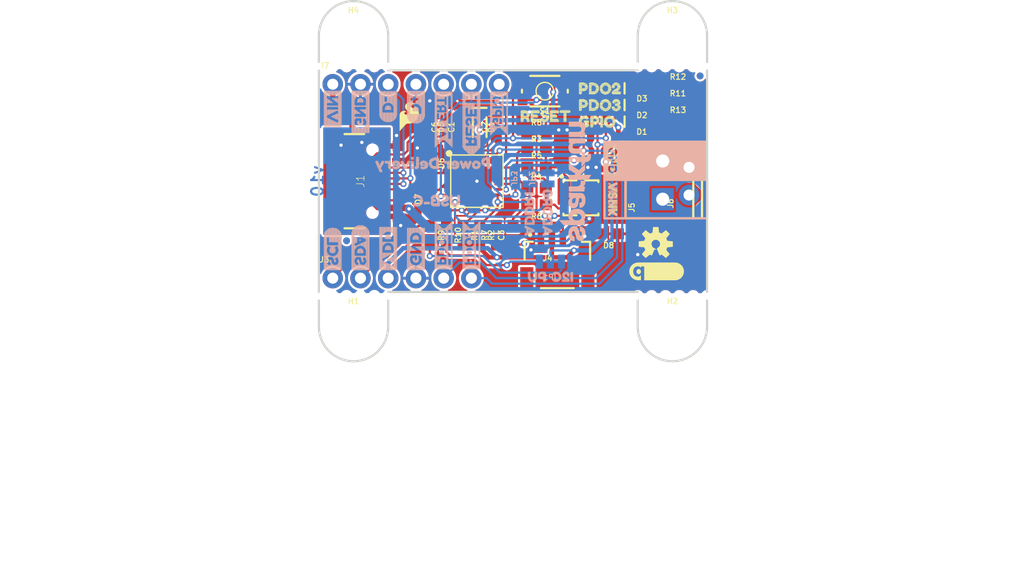
<source format=kicad_pcb>
(kicad_pcb (version 20240108) (generator "pcbnew") (generator_version "8.0")
  (layers (0 "F.Cu" signal) (31 "B.Cu" signal) (34 "B.Paste" user) (35 "F.Paste" user) (36 "B.SilkS" user "B.Silkscreen") (37 "F.SilkS" user "F.Silkscreen") (38 "B.Mask" user) (39 "F.Mask" user) (44 "Edge.Cuts" user))
  (net 0 "")
  (net 1 "CC1")
  (net 2 "CC2")
  (net 3 "GND")
  (net 4 "D+")
  (net 5 "D-")
  (net 6 "SHIELD")
  (net 7 "1.2V")
  (net 8 "2.7V")
  (net 9 "VBUS_VS_DISCH")
  (net 10 "EN_SNK")
  (net 11 "N$8")
  (net 12 "N$10")
  (net 13 "DISCH")
  (net 14 "POWER_PDO2")
  (net 15 "POWER_PDO3")
  (net 16 "~{ALERT}")
  (net 17 "SDA")
  (net 18 "SCL")
  (net 19 "RESET")
  (net 20 "VSNK")
  (net 21 "N$5")
  (net 22 "N$6")
  (net 23 "ADDR0")
  (net 24 "ADDR1")
  (net 25 "N$13")
  (net 26 "N$1")
  (net 27 "N$2")
  (net 28 "VIN")
  (net 29 "VDD")
  (net 30 "GPIO")
  (footprint "" (layer "F.Cu") (at 165.0111 115.5446)
    (property "Reference" "@HOLE10" (hide yes))
    (property "Value" "")
  )
  (footprint "0603" (layer "F.Cu") (at 140.8811 109.9566 -90)
    (property "Reference" "R9")
    (property "Value" "2.2k")
  )
  (footprint "GND0" (layer "F.Cu") (at 157.6451 101.1936 -90)
    (property "Reference" "U$22" (hide yes))
    (property "Value" "" (hide yes))
  )
  (footprint "0603" (layer "F.Cu") (at 163.6141 99.5426)
    (property "Reference" "R13")
    (property "Value" "1k")
  )
  (footprint "" (layer "F.Cu") (at 162.4711 115.5446)
    (property "Reference" "@HOLE7" (hide yes))
    (property "Value" "")
  )
  (footprint "USB-C-16P" (layer "F.Cu") (at 137.0711 105.0036 -90)
    (property "Reference" "J1")
    (property "Value" "")
  )
  (footprint "" (layer "F.Cu") (at 135.8011 94.4626)
    (property "Reference" "@HOLE14" (hide yes))
    (property "Value" "")
  )
  (footprint "8-POWERVDFN-3X3" (layer "F.Cu") (at 154.7241 106.5276 -90)
    (property "Reference" "Q1")
    (property "Value" "9A/30V/15mΩ")
  )
  (footprint "0603" (layer "F.Cu") (at 157.2641 109.8296 180)
    (property "Reference" "D8")
    (property "Value" "24V")
  )
  (footprint "GPIO1" (layer "F.Cu") (at 153.5811 99.5426)
    (property "Reference" "U$18" (hide yes))
    (property "Value" "" (hide yes))
  )
  (footprint "STAND-OFF" (layer "F.Cu") (at 133.8961 91.6686)
    (property "Reference" "H4")
    (property "Value" "STAND-OFF")
  )
  (footprint "TACTILE_SWITCH_SMD_4.6X2.8MM" (layer "F.Cu") (at 151.4221 96.7486 180)
    (property "Reference" "S1")
    (property "Value" "")
  )
  (footprint "1X02_NO_SILK" (layer "F.Cu") (at 164.6301 106.2736 90)
    (property "Reference" "J6")
    (property "Value" "")
  )
  (footprint "" (layer "F.Cu") (at 137.0711 94.4626)
    (property "Reference" "@HOLE15" (hide yes))
    (property "Value" "")
  )
  (footprint "" (layer "F.Cu") (at 134.5311 115.5446)
    (property "Reference" "@HOLE0" (hide yes))
    (property "Value" "")
  )
  (footprint "CREATIVE_COMMONS" (layer "F.Cu") (at 121.8311 140.9446)
    (property "Reference" "FRAME1" (hide yes))
    (property "Value" "FRAME-LETTER" (hide yes))
  )
  (footprint "0603" (layer "F.Cu") (at 140.8811 100.0506 -90)
    (property "Reference" "D5")
    (property "Value" "24V")
  )
  (footprint "STAND-OFF" (layer "F.Cu") (at 163.1061 91.6686)
    (property "Reference" "H3")
    (property "Value" "STAND-OFF")
  )
  (footprint "" (layer "F.Cu") (at 131.9911 115.5446)
    (property "Reference" "@HOLE2" (hide yes))
    (property "Value" "")
  )
  (footprint "0603" (layer "F.Cu") (at 150.6601 100.6856)
    (property "Reference" "R8")
    (property "Value" "100k")
  )
  (footprint "0603" (layer "F.Cu") (at 140.8811 106.6546 90)
    (property "Reference" "D7")
    (property "Value" "24V")
  )
  (footprint "PDO24" (layer "F.Cu") (at 153.5811 96.4946)
    (property "Reference" "U$19" (hide yes))
    (property "Value" "" (hide yes))
  )
  (footprint "STAND-OFF" (layer "F.Cu") (at 133.8961 118.3386)
    (property "Reference" "H1")
    (property "Value" "STAND-OFF")
  )
  (footprint "" (layer "F.Cu") (at 159.9311 94.4626)
    (property "Reference" "@HOLE23" (hide yes))
    (property "Value" "")
  )
  (footprint "" (layer "F.Cu") (at 162.4711 94.4626)
    (property "Reference" "@HOLE18" (hide yes))
    (property "Value" "")
  )
  (footprint "0603" (layer "F.Cu") (at 140.8811 103.3526 -90)
    (property "Reference" "D6")
    (property "Value" "24V")
  )
  (footprint "JST04_1MM_RA" (layer "F.Cu") (at 152.5651 110.2106)
    (property "Reference" "J4")
    (property "Value" "QWIIC")
  )
  (footprint "" (layer "F.Cu") (at 159.9311 115.5446)
    (property "Reference" "@HOLE9" (hide yes))
    (property "Value" "")
  )
  (footprint "FIDUCIAL-MICRO" (layer "F.Cu") (at 133.2611 110.4646)
    (property "Reference" "FD1" (hide yes))
    (property "Value" "FIDUCIALUFIDUCIAL" (hide yes))
  )
  (footprint "RESET7" (layer "F.Cu") (at 148.2471 99.0346)
    (property "Reference" "U$17" (hide yes))
    (property "Value" "" (hide yes))
  )
  (footprint "" (layer "F.Cu") (at 166.2811 94.4626)
    (property "Reference" "@HOLE21" (hide yes))
    (property "Value" "")
  )
  (footprint "0603" (layer "F.Cu") (at 163.6141 96.4946)
    (property "Reference" "R12")
    (property "Value" "1k")
  )
  (footprint "0603" (layer "F.Cu") (at 142.4051 109.9566 -90)
    (property "Reference" "R10")
    (property "Value" "2.2k")
  )
  (footprint "0603" (layer "F.Cu") (at 150.6601 102.2096)
    (property "Reference" "R3")
    (property "Value" "1k")
  )
  (footprint "0603" (layer "F.Cu") (at 163.6141 98.0186)
    (property "Reference" "R11")
    (property "Value" "1k")
  )
  (footprint "SFE_LOGO_FLAME_.1" (layer "F.Cu") (at 138.9761 99.0346)
    (property "Reference" "U$25" (hide yes))
    (property "Value" "" (hide yes))
  )
  (footprint "" (layer "F.Cu") (at 161.2011 94.4626)
    (property "Reference" "@HOLE22" (hide yes))
    (property "Value" "")
  )
  (footprint "SCREWTERMINAL-3.5MM-2" (layer "F.Cu") (at 162.2171 106.6546 90)
    (property "Reference" "J5")
    (property "Value" "")
  )
  (footprint "QWIIC_5MM" (layer "F.Cu") (at 161.6329 113.2586)
    (property "Reference" "LOGO3" (hide yes))
    (property "Value" "QWIIC_LOGO_5MM" (hide yes))
  )
  (footprint "0603" (layer "F.Cu") (at 142.4051 100.0506 90)
    (property "Reference" "C6")
    (property "Value" "1.0uF")
  )
  (footprint "0603" (layer "F.Cu") (at 145.4531 109.9566 -90)
    (property "Reference" "R2")
    (property "Value" "100k")
  )
  (footprint "PDO35" (layer "F.Cu") (at 153.5811 98.0186)
    (property "Reference" "U$20" (hide yes))
    (property "Value" "" (hide yes))
  )
  (footprint "" (layer "F.Cu") (at 163.7411 94.4626)
    (property "Reference" "@HOLE19" (hide yes))
    (property "Value" "")
  )
  (footprint "OSHW-LOGO-S" (layer "F.Cu") (at 161.5821 110.7694)
    (property "Reference" "LOGO1" (hide yes))
    (property "Value" "OSHW-LOGOS" (hide yes))
  )
  (footprint "" (layer "F.Cu") (at 131.9911 94.4626)
    (property "Reference" "@HOLE16" (hide yes))
    (property "Value" "")
  )
  (footprint "QFN-24" (layer "F.Cu") (at 145.1991 105.0036)
    (property "Reference" "U1" (hide yes))
    (property "Value" "STUSB4500" (hide yes))
  )
  (footprint "0603" (layer "F.Cu") (at 143.9291 109.9566 -90)
    (property "Reference" "R1")
    (property "Value" "100k")
  )
  (footprint "" (layer "F.Cu") (at 133.2611 115.5446)
    (property "Reference" "@HOLE1" (hide yes))
    (property "Value" "")
  )
  (footprint "" (layer "F.Cu") (at 163.7411 115.5446)
    (property "Reference" "@HOLE6" (hide yes))
    (property "Value" "")
  )
  (footprint "" (layer "F.Cu") (at 135.8011 115.5446)
    (property "Reference" "@HOLE4" (hide yes))
    (property "Value" "")
  )
  (footprint "" (layer "F.Cu") (at 165.0111 94.4626)
    (property "Reference" "@HOLE20" (hide yes))
    (property "Value" "")
  )
  (footprint "0603" (layer "F.Cu") (at 150.6601 103.7336)
    (property "Reference" "R5")
    (property "Value" "100k")
  )
  (footprint "STAND-OFF" (layer "F.Cu") (at 163.1061 118.3386)
    (property "Reference" "H2")
    (property "Value" "STAND-OFF")
  )
  (footprint "" (layer "F.Cu") (at 166.2811 115.5446)
    (property "Reference" "@HOLE11" (hide yes))
    (property "Value" "")
  )
  (footprint "" (layer "F.Cu") (at 134.5311 94.4626)
    (property "Reference" "@HOLE13" (hide yes))
    (property "Value" "")
  )
  (footprint "0603" (layer "F.Cu") (at 146.9771 109.9566 90)
    (property "Reference" "R7")
    (property "Value" "1k")
  )
  (footprint "0603" (layer "F.Cu") (at 143.9291 100.0506 90)
    (property "Reference" "C1")
    (property "Value" "1.0uF")
  )
  (footprint "0603" (layer "F.Cu") (at 150.6601 107.1626 180)
    (property "Reference" "R6")
    (property "Value" "100")
  )
  (footprint "" (layer "F.Cu") (at 133.2611 94.4626)
    (property "Reference" "@HOLE12" (hide yes))
    (property "Value" "")
  )
  (footprint "1X07_NO_SILK" (layer "F.Cu") (at 131.9911 96.1136)
    (property "Reference" "J7")
    (property "Value" "")
  )
  (footprint "" (layer "F.Cu") (at 130.7211 115.5446)
    (property "Reference" "@HOLE3" (hide yes))
    (property "Value" "")
  )
  (footprint "LED-0603" (layer "F.Cu") (at 160.3121 99.5426 180)
    (property "Reference" "D1")
    (property "Value" "BLUE")
  )
  (footprint "" (layer "F.Cu") (at 130.7211 94.4626)
    (property "Reference" "@HOLE17" (hide yes))
    (property "Value" "")
  )
  (footprint "FIDUCIAL-MICRO" (layer "F.Cu") (at 165.6461 95.3516)
    (property "Reference" "FD2" (hide yes))
    (property "Value" "FIDUCIALUFIDUCIAL" (hide yes))
  )
  (footprint "0603" (layer "F.Cu") (at 146.9771 100.0506 90)
    (property "Reference" "C2")
    (property "Value" "1.0uF")
  )
  (footprint "1X06_NO_SILK" (layer "F.Cu") (at 131.9911 113.8936)
    (property "Reference" "J3")
    (property "Value" "")
  )
  (footprint "LED-0603" (layer "F.Cu") (at 160.3121 98.0186 180)
    (property "Reference" "D2")
    (property "Value" "Yellow")
  )
  (footprint "0603" (layer "F.Cu") (at 148.5011 109.9566 90)
    (property "Reference" "C3")
    (property "Value" "0.1uF")
  )
  (footprint "VSNK1" (layer "F.Cu") (at 157.6451 104.3686 -90)
    (property "Reference" "U$21" (hide yes))
    (property "Value" "" (hide yes))
  )
  (footprint "" (layer "F.Cu") (at 161.2011 115.5446)
    (property "Reference" "@HOLE8" (hide yes))
    (property "Value" "")
  )
  (footprint "0603" (layer "F.Cu") (at 150.6601 105.6386)
    (property "Reference" "R4")
    (property "Value" "22k")
  )
  (footprint "" (layer "F.Cu") (at 137.0711 115.5446)
    (property "Reference" "@HOLE5" (hide yes))
    (property "Value" "")
  )
  (footprint "SOD-323" (layer "F.Cu") (at 145.4531 100.0506 -90)
    (property "Reference" "D4")
    (property "Value" "BAT60A")
  )
  (footprint "LED-0603" (layer "F.Cu") (at 160.3121 96.4946 180)
    (property "Reference" "D3")
    (property "Value" "GREEN")
  )
  (footprint "VIN6" (layer "B.Cu") (at 131.9911 100.5586 90)
    (property "Reference" "U$12" (hide yes))
    (property "Value" "" (hide yes))
  )
  (footprint "D#8" (layer "B.Cu") (at 137.0711 99.6696 90)
    (property "Reference" "U$7" (hide yes))
    (property "Value" "" (hide yes))
  )
  (footprint "ADDR11" (layer "B.Cu") (at 150.0251 110.8202 90)
    (property "Reference" "U$16" (hide yes))
    (property "Value" "" (hide yes))
  )
  (footprint "GND6" (layer "B.Cu") (at 134.5311 101.0666 90)
    (property "Reference" "U$11" (hide yes))
    (property "Value" "" (hide yes))
  )
  (footprint "PU3" (layer "B.Cu") (at 152.3111 113.7666 180)
    (property "Reference" "U$14" (hide yes))
    (property "Value" "" (hide yes))
  )
  (footprint "#PDO31" (layer "B.Cu") (at 144.6911 113.7666 90)
    (property "Reference" "U$30" (hide yes))
    (property "Value" "" (hide yes))
  )
  (footprint "SFE_LOGO_NAME_.1" (layer "B.Cu") (at 154.2161 105.0036 90)
    (property "Reference" "LOGO2" (hide yes))
    (property "Value" "SFE_LOGO_NAME.1_INCH" (hide yes))
  )
  (footprint "VDD2" (layer "B.Cu") (at 137.0711 113.6396 90)
    (property "Reference" "U$1" (hide yes))
    (property "Value" "" (hide yes))
  )
  (footprint "GND0" (layer "B.Cu") (at 157.6451 105.0036 90)
    (property "Reference" "U$23" (hide yes))
    (property "Value" "" (hide yes))
  )
  (footprint "#PDO20" (layer "B.Cu") (at 142.1511 113.7666 90)
    (property "Reference" "U$29" (hide yes))
    (property "Value" "" (hide yes))
  )
  (footprint "SDA11" (layer "B.Cu") (at 134.5311 113.6396 90)
    (property "Reference" "U$3" (hide yes))
    (property "Value" "" (hide yes))
  )
  (footprint "FIDUCIAL-MICRO" (layer "B.Cu") (at 165.6461 95.3516 180)
    (property "Reference" "FD3" (hide yes))
    (property "Value" "FIDUCIALUFIDUCIAL" (hide yes))
  )
  (footprint "I2C2" (layer "B.Cu") (at 154.8511 113.7666 180)
    (property "Reference" "U$13" (hide yes))
    (property "Value" "" (hide yes))
  )
  (footprint "GND6" (layer "B.Cu") (at 139.6111 113.6396 90)
    (property "Reference" "U$2" (hide yes))
    (property "Value" "" (hide yes))
  )
  (footprint "SMT-JUMPER_3_2-NC_TRACE_NO-SILK" (layer "B.Cu") (at 151.9301 112.3696)
    (property "Reference" "JP1")
    (property "Value" "")
  )
  (footprint "FIDUCIAL-MICRO" (layer "B.Cu") (at 133.2611 110.4646 180)
    (property "Reference" "FD4" (hide yes))
    (property "Value" "FIDUCIALUFIDUCIAL" (hide yes))
  )
  (footprint "SMT-JUMPER_2_NC_TRACE_NO-SILK" (layer "B.Cu") (at 151.6761 104.7496 -90)
    (property "Reference" "JP2")
    (property "Value" "")
  )
  (footprint "USB#C1" (layer "B.Cu") (at 144.6149 106.7816 180)
    (property "Reference" "U$9" (hide yes))
    (property "Value" "" (hide yes))
  )
  (footprint "D#7" (layer "B.Cu") (at 139.6111 99.7966 90)
    (property "Reference" "U$8" (hide yes))
    (property "Value" "" (hide yes))
  )
  (footprint "RESET10" (layer "B.Cu") (at 144.6911 102.7176 90)
    (property "Reference" "U$10" (hide yes))
    (property "Value" "" (hide yes))
  )
  (footprint "ADDR00" (layer "B.Cu") (at 151.6761 110.8202 90)
    (property "Reference" "U$15" (hide yes))
    (property "Value" "" (hide yes))
  )
  (footprint "SCL12" (layer "B.Cu") (at 131.9911 113.6396 90)
    (property "Reference" "U$4" (hide yes))
    (property "Value" "" (hide yes))
  )
  (footprint "#ALERT0" (layer "B.Cu") (at 142.1511 102.2096 90)
    (property "Reference" "U$26" (hide yes))
    (property "Value" "" (hide yes))
  )
  (footprint "_POWER_DELIVERY2" (layer "B.Cu") (at 147.7391 103.3526 180)
    (property "Reference" "U$27" (hide yes))
    (property "Value" "" (hide yes))
  )
  (footprint "VSNK1" (layer "B.Cu") (at 157.6451 108.9406 90)
    (property "Reference" "U$24" (hide yes))
    (property "Value" "" (hide yes))
  )
  (footprint "#GPIO0" (layer "B.Cu") (at 147.2311 101.092 90)
    (property "Reference" "U$5" (hide yes))
    (property "Value" "" (hide yes))
  )
  (footprint "SMT-JUMPER_2_NC_TRACE_NO-SILK" (layer "B.Cu") (at 150.0251 104.7496 -90)
    (property "Reference" "JP3")
    (property "Value" "")
  )
  (gr_line (start 158.7881 101.5746) (end 156.8831 101.5746) (stroke (width 0.2032)) (layer "B.SilkS"))
  (gr_line (start 156.8831 104.6226) (end 156.8831 101.5746) (stroke (width 0.2032)) (layer "B.SilkS"))
  (gr_line (start 158.7881 104.6226) (end 156.8831 104.6226) (stroke (width 0.2032)) (layer "B.SilkS"))
  (gr_line (start 156.8831 104.8766) (end 156.8831 104.7496) (stroke (width 0.2032)) (layer "B.SilkS"))
  (gr_line (start 156.8831 104.7496) (end 156.8831 104.6226) (stroke (width 0.2032)) (layer "B.SilkS"))
  (gr_line (start 158.7881 108.4072) (end 166.2811 108.4072) (stroke (width 0.2032)) (layer "B.SilkS"))
  (gr_line (start 158.7881 108.4072) (end 156.8831 108.4072) (stroke (width 0.2032)) (layer "B.SilkS"))
  (gr_line (start 158.7881 104.8766) (end 158.7881 108.4072) (stroke (width 0.2032)) (layer "B.SilkS"))
  (gr_line (start 158.7881 101.3968) (end 156.8831 101.3968) (stroke (width 0.2032)) (layer "B.SilkS"))
  (gr_line (start 158.7881 104.8766) (end 165.7731 104.8766) (stroke (width 0.2032)) (layer "B.SilkS"))
  (gr_line (start 158.7881 104.7496) (end 156.8831 104.7496) (stroke (width 0.2032)) (layer "B.SilkS"))
  (gr_line (start 156.8831 104.8766) (end 158.7881 104.8766) (stroke (width 0.2032)) (layer "B.SilkS"))
  (gr_line (start 166.2811 108.4072) (end 166.2811 104.8766) (stroke (width 0.2032)) (layer "B.SilkS"))
  (gr_line (start 156.8831 108.4072) (end 156.8831 104.8766) (stroke (width 0.2032)) (layer "B.SilkS"))
  (gr_line (start 156.8831 101.5746) (end 156.8831 101.3968) (stroke (width 0.2032)) (layer "B.SilkS"))
  (gr_line (start 156.8831 104.8766) (end 165.7731 104.8766) (stroke (width 0.2032)) (layer "F.SilkS"))
  (gr_line (start 156.8831 101.5746) (end 158.7881 101.5746) (stroke (width 0.2032)) (layer "F.SilkS"))
  (gr_line (start 158.9151 108.4072) (end 156.8831 108.4072) (stroke (width 0.2032)) (layer "F.SilkS"))
  (gr_line (start 156.8831 104.7496) (end 158.7881 104.7496) (stroke (width 0.2032)) (layer "F.SilkS"))
  (gr_line (start 156.8831 104.8766) (end 156.8831 104.7496) (stroke (width 0.2032)) (layer "F.SilkS"))
  (gr_line (start 156.8831 101.3968) (end 158.7881 101.3968) (stroke (width 0.2032)) (layer "F.SilkS"))
  (gr_line (start 156.8831 104.7496) (end 156.8831 101.5746) (stroke (width 0.2032)) (layer "F.SilkS"))
  (gr_line (start 156.8831 101.5746) (end 156.8831 101.3968) (stroke (width 0.2032)) (layer "F.SilkS"))
  (gr_line (start 156.8831 108.4072) (end 156.8831 104.8766) (stroke (width 0.2032)) (layer "F.SilkS"))
  (gr_arc (start 133.8961 88.4936) (mid 136.141164 89.423536) (end 137.0711 91.6686) (stroke (width 0.2032)) (layer "Edge.Cuts"))
  (gr_line (start 137.0711 94.8436) (end 159.9311 94.8436) (stroke (width 0.2032)) (layer "Edge.Cuts"))
  (gr_arc (start 163.1061 88.4936) (mid 165.351164 89.423536) (end 166.2811 91.6686) (stroke (width 0.2032)) (layer "Edge.Cuts"))
  (gr_arc (start 133.8961 121.5136) (mid 131.651036 120.583664) (end 130.7211 118.3386) (stroke (width 0.2032)) (layer "Edge.Cuts"))
  (gr_arc (start 166.2811 118.3386) (mid 165.351164 120.583664) (end 163.1061 121.5136) (stroke (width 0.2032)) (layer "Edge.Cuts"))
  (gr_line (start 130.7211 118.3386) (end 130.7211 91.6686) (stroke (width 0.2032)) (layer "Edge.Cuts"))
  (gr_arc (start 163.1061 121.5136) (mid 160.861036 120.583664) (end 159.9311 118.3386) (stroke (width 0.2032)) (layer "Edge.Cuts"))
  (gr_arc (start 130.7211 91.6686) (mid 131.651036 89.423536) (end 133.8961 88.4936) (stroke (width 0.2032)) (layer "Edge.Cuts"))
  (gr_arc (start 137.0711 118.3386) (mid 136.141164 120.583664) (end 133.8961 121.5136) (stroke (width 0.2032)) (layer "Edge.Cuts"))
  (gr_line (start 159.9311 118.3386) (end 159.9311 115.1636) (stroke (width 0.2032)) (layer "Edge.Cuts"))
  (gr_line (start 137.0711 91.6686) (end 137.0711 94.8436) (stroke (width 0.2032)) (layer "Edge.Cuts"))
  (gr_arc (start 159.9311 91.6686) (mid 160.861036 89.423536) (end 163.1061 88.4936) (stroke (width 0.2032)) (layer "Edge.Cuts"))
  (gr_line (start 159.9311 115.1636) (end 137.0711 115.1636) (stroke (width 0.2032)) (layer "Edge.Cuts"))
  (gr_line (start 159.9311 94.8436) (end 159.9311 91.6686) (stroke (width 0.2032)) (layer "Edge.Cuts"))
  (gr_line (start 137.0711 115.1636) (end 137.0711 118.3386) (stroke (width 0.2032)) (layer "Edge.Cuts"))
  (gr_line (start 166.2811 91.6686) (end 166.2811 118.3386) (stroke (width 0.2032)) (layer "Edge.Cuts"))
  (gr_text "v10" (at 131.2291 105.0036 90) (layer "B.Cu") (effects (font (size 1.0795 1.0795) (thickness 0.1905)) (justify bottom mirror)))
  (segment (start 136.7311 103.7536) (end 139.5041 103.7536) (width 0.2032) (layer "F.Cu") (net 1))
  (segment (start 143.2991 103.7536) (end 142.3851 103.7536) (width 0.2032) (layer "F.Cu") (net 1))
  (segment (start 140.9321 104.2536) (end 140.8811 104.2026) (width 0.2032) (layer "F.Cu") (net 1))
  (segment (start 143.2991 104.2536) (end 142.1511 104.2536) (width 0.2032) (layer "F.Cu") (net 1))
  (segment (start 142.1511 104.2536) (end 140.9321 104.2536) (width 0.2032) (layer "F.Cu") (net 1))
  (segment (start 142.1511 103.9876) (end 142.1511 104.2536) (width 0.2032) (layer "F.Cu") (net 1))
  (segment (start 139.5041 103.7536) (end 140.0041 104.2536) (width 0.2032) (layer "F.Cu") (net 1))
  (segment (start 140.0041 104.2536) (end 140.9321 104.2536) (width 0.2032) (layer "F.Cu") (net 1))
  (segment (start 142.3851 103.7536) (end 142.1511 103.9876) (width 0.2032) (layer "F.Cu") (net 1))
  (segment (start 143.2951 105.2576) (end 142.2781 105.2576) (width 0.2032) (layer "F.Cu") (net 2))
  (segment (start 142.3931 105.7536) (end 142.0876 105.4481) (width 0.2032) (layer "F.Cu") (net 2))
  (segment (start 143.2991 105.2536) (end 143.2951 105.2576) (width 0.2032) (layer "F.Cu") (net 2))
  (segment (start 143.2991 105.7536) (end 142.3931 105.7536) (width 0.2032) (layer "F.Cu") (net 2))
  (segment (start 140.8811 105.8046) (end 141.7311 105.8046) (width 0.2032) (layer "F.Cu") (net 2))
  (segment (start 142.0876 105.4481) (end 142.2781 105.2576) (width 0.2032) (layer "F.Cu") (net 2))
  (segment (start 141.7311 105.8046) (end 142.0876 105.4481) (width 0.2032) (layer "F.Cu") (net 2))
  (segment (start 140.8811 105.8046) (end 140.0681 105.8046) (width 0.2032) (layer "F.Cu") (net 2))
  (segment (start 136.7311 106.7536) (end 139.1191 106.7536) (width 0.2032) (layer "F.Cu") (net 2))
  (segment (start 140.0681 105.8046) (end 139.1191 106.7536) (width 0.2032) (layer "F.Cu") (net 2))
  (segment (start 145.4491 106.9036) (end 145.4491 105.2536) (width 0.2032) (layer "F.Cu") (net 3))
  (segment (start 136.7311 108.2286) (end 138.2141 108.2286) (width 0.508) (layer "F.Cu") (net 3))
  (segment (start 144.9491 104.7536) (end 145.1991 105.0036) (width 0.2032) (layer "F.Cu") (net 3))
  (segment (start 137.8331 101.7786) (end 137.8331 100.8126) (width 0.508) (layer "F.Cu") (net 3))
  (segment (start 138.2141 108.2286) (end 138.2141 109.0676) (width 0.508) (layer "F.Cu") (net 3))
  (segment (start 136.7311 101.7786) (end 137.8331 101.7786) (width 0.508) (layer "F.Cu") (net 3))
  (segment (start 145.4491 105.2536) (end 145.1991 105.0036) (width 0.2032) (layer "F.Cu") (net 3))
  (via (at 152.6921 100.3046) (size 0.5588) (drill 0.3048) (layers "F.Cu" "B.Cu") (net 3))
  (via (at 139.7381 101.9556) (size 0.5588) (drill 0.3048) (layers "F.Cu" "B.Cu") (net 3))
  (via (at 159.9311 111.7346) (size 0.5588) (drill 0.3048) (layers "F.Cu" "B.Cu") (net 3))
  (via (at 150.1521 111.3028) (size 0.5588) (drill 0.3048) (layers "F.Cu" "B.Cu") (net 3))
  (via (at 140.8811 97.6376) (size 0.5588) (drill 0.3048) (layers "F.Cu" "B.Cu") (net 3))
  (via (at 155.0797 110.0582) (size 0.5588) (drill 0.3048) (layers "F.Cu" "B.Cu") (net 3))
  (via (at 153.4541 100.3046) (size 0.5588) (drill 0.3048) (layers "F.Cu" "B.Cu") (net 3))
  (via (at 155.3591 103.7336) (size 0.5588) (drill 0.3048) (layers "F.Cu" "B.Cu") (net 3))
  (via (at 137.8331 100.8126) (size 0.5588) (drill 0.3048) (layers "F.Cu" "B.Cu") (net 3))
  (via (at 150.0251 98.6536) (size 0.5588) (drill 0.3048) (layers "F.Cu" "B.Cu") (net 3))
  (via (at 156.1211 103.7336) (size 0.5588) (drill 0.3048) (layers "F.Cu" "B.Cu") (net 3))
  (via (at 145.1991 105.0036) (size 0.5588) (drill 0.3048) (layers "F.Cu" "B.Cu") (net 3))
  (via (at 138.2141 109.0676) (size 0.5588) (drill 0.3048) (layers "F.Cu" "B.Cu") (net 3))
  (segment (start 137.9601 104.7536) (end 137.9601 104.7496) (width 0.2032) (layer "F.Cu") (net 4))
  (segment (start 139.1031 105.4996) (end 139.1031 104.7376) (width 0.2032) (layer "F.Cu") (net 4))
  (segment (start 136.7311 104.7536) (end 137.9601 104.7536) (width 0.2032) (layer "F.Cu") (net 4))
  (segment (start 139.1031 105.4996) (end 138.7101 105.8926) (width 0.2032) (layer "F.Cu") (net 4))
  (segment (start 139.1031 104.7376) (end 139.0911 104.7496) (width 0.2032) (layer "F.Cu") (net 4))
  (segment (start 136.7311 105.7536) (end 137.8211 105.7536) (width 0.2032) (layer "F.Cu") (net 4))
  (segment (start 137.9601 105.8926) (end 138.7101 105.8926) (width 0.2032) (layer "F.Cu") (net 4))
  (segment (start 139.0911 104.7496) (end 137.9601 104.7496) (width 0.2032) (layer "F.Cu") (net 4))
  (segment (start 137.8211 105.7536) (end 137.9601 105.8926) (width 0.2032) (layer "F.Cu") (net 4))
  (via (at 139.1031 104.7376) (size 0.5588) (drill 0.3048) (layers "F.Cu" "B.Cu") (net 4))
  (segment (start 139.1031 97.7646) (end 139.1031 104.7376) (width 0.2032) (layer "B.Cu") (net 4))
  (segment (start 139.5476 97.3201) (end 139.1031 97.7646) (width 0.2032) (layer "B.Cu") (net 4))
  (segment (start 139.6111 96.1136) (end 139.6111 97.2566) (width 0.2032) (layer "B.Cu") (net 4))
  (segment (start 139.6111 97.2566) (end 139.5476 97.3201) (width 0.2032) (layer "B.Cu") (net 4))
  (segment (start 138.4681 105.2536) (end 138.4681 105.2576) (width 0.2032) (layer "F.Cu") (net 5))
  (segment (start 136.7311 104.2362) (end 138.4681 104.2362) (width 0.2032) (layer "F.Cu") (net 5))
  (segment (start 136.7311 105.2536) (end 138.4681 105.2536) (width 0.2032) (layer "F.Cu") (net 5))
  (segment (start 136.7311 104.2536) (end 136.7311 104.2362) (width 0.2032) (layer "F.Cu") (net 5))
  (via (at 138.4681 105.2576) (size 0.5588) (drill 0.3048) (layers "F.Cu" "B.Cu") (net 5))
  (via (at 138.4681 104.2362) (size 0.5588) (drill 0.3048) (layers "F.Cu" "B.Cu") (net 5))
  (segment (start 138.4681 105.2576) (end 138.4681 104.2362) (width 0.2032) (layer "B.Cu") (net 5))
  (segment (start 138.4681 97.5106) (end 137.0711 96.1136) (width 0.2032) (layer "B.Cu") (net 5))
  (segment (start 138.4681 104.2362) (end 138.4681 97.5106) (width 0.2032) (layer "B.Cu") (net 5))
  (via (at 134.6581 101.4476) (size 0.5588) (drill 0.3048) (layers "F.Cu" "B.Cu") (net 6))
  (via (at 132.7531 101.7016) (size 0.5588) (drill 0.3048) (layers "F.Cu" "B.Cu") (net 6))
  (segment (start 145.4491 102.5946) (end 145.4491 103.1036) (width 0.2032) (layer "F.Cu") (net 7))
  (segment (start 146.9771 100.9006) (end 146.9771 101.6541) (width 0.2032) (layer "F.Cu") (net 7))
  (segment (start 146.447 102.1842) (end 145.8595 102.1842) (width 0.2032) (layer "F.Cu") (net 7))
  (segment (start 146.9771 101.6541) (end 146.447 102.1842) (width 0.2032) (layer "F.Cu") (net 7))
  (segment (start 145.8595 102.1842) (end 145.4491 102.5946) (width 0.2032) (layer "F.Cu") (net 7))
  (segment (start 144.8759 101.2006) (end 145.4531 101.2006) (width 0.2032) (layer "F.Cu") (net 8))
  (segment (start 143.9291 100.9006) (end 144.5759 100.9006) (width 0.2032) (layer "F.Cu") (net 8))
  (segment (start 143.9291 100.9006) (end 143.9291 101.9556) (width 0.2032) (layer "F.Cu") (net 8))
  (segment (start 144.4491 102.4756) (end 144.4491 103.1036) (width 0.2032) (layer "F.Cu") (net 8))
  (segment (start 143.9291 101.9556) (end 144.4491 102.4756) (width 0.2032) (layer "F.Cu") (net 8))
  (segment (start 144.5759 100.9006) (end 144.8759 101.2006) (width 0.2032) (layer "F.Cu") (net 8))
  (segment (start 148.4811 103.7536) (end 148.8821 103.3526) (width 0.2032) (layer "F.Cu") (net 9))
  (segment (start 148.8821 102.4636) (end 149.1361 102.2096) (width 0.2032) (layer "F.Cu") (net 9))
  (segment (start 149.1361 102.2096) (end 149.8101 102.2096) (width 0.2032) (layer "F.Cu") (net 9))
  (segment (start 148.8821 103.3526) (end 148.8821 102.4636) (width 0.2032) (layer "F.Cu") (net 9))
  (segment (start 147.0991 103.7536) (end 148.4811 103.7536) (width 0.2032) (layer "F.Cu") (net 9))
  (segment (start 149.8101 105.6386) (end 148.9251 104.7536) (width 0.2032) (layer "F.Cu") (net 10))
  (segment (start 148.9251 104.7536) (end 147.0991 104.7536) (width 0.2032) (layer "F.Cu") (net 10))
  (segment (start 151.5101 105.6386) (end 151.5101 107.1626) (width 0.2032) (layer "F.Cu") (net 11))
  (segment (start 151.2951 104.7496) (end 151.5101 104.9646) (width 0.2032) (layer "F.Cu") (net 11))
  (segment (start 149.8101 103.7336) (end 149.8101 104.5346) (width 0.2032) (layer "F.Cu") (net 11))
  (segment (start 152.3111 107.1626) (end 151.5101 107.1626) (width 0.2032) (layer "F.Cu") (net 11))
  (segment (start 151.5101 104.9646) (end 151.5101 105.6386) (width 0.2032) (layer "F.Cu") (net 11))
  (segment (start 153.1991 107.5026) (end 152.6511 107.5026) (width 0.2032) (layer "F.Cu") (net 11))
  (segment (start 149.8101 104.5346) (end 150.0251 104.7496) (width 0.2032) (layer "F.Cu") (net 11))
  (segment (start 150.0251 104.7496) (end 151.2951 104.7496) (width 0.2032) (layer "F.Cu") (net 11))
  (segment (start 152.6511 107.5026) (end 152.3111 107.1626) (width 0.2032) (layer "F.Cu") (net 11))
  (segment (start 148.5011 108.4716) (end 148.5011 109.1066) (width 0.2032) (layer "F.Cu") (net 12))
  (segment (start 149.8101 107.1626) (end 148.5011 108.4716) (width 0.2032) (layer "F.Cu") (net 12))
  (segment (start 143.1671 109.8296) (end 143.2941 109.9566) (width 0.1524) (layer "F.Cu") (net 13))
  (segment (start 144.9491 106.9036) (end 144.9491 107.4126) (width 0.1524) (layer "F.Cu") (net 13))
  (segment (start 143.2941 109.9566) (end 146.1271 109.9566) (width 0.1524) (layer "F.Cu") (net 13))
  (segment (start 146.1271 109.9566) (end 146.9771 109.1066) (width 0.1524) (layer "F.Cu") (net 13))
  (segment (start 144.9491 107.4126) (end 144.1831 108.1786) (width 0.1524) (layer "F.Cu") (net 13))
  (segment (start 144.1831 108.1786) (end 143.2941 108.1786) (width 0.1524) (layer "F.Cu") (net 13))
  (segment (start 143.1671 108.3056) (end 143.1671 109.8296) (width 0.1524) (layer "F.Cu") (net 13))
  (segment (start 143.2941 108.1786) (end 143.1671 108.3056) (width 0.1524) (layer "F.Cu") (net 13))
  (segment (start 154.9781 97.1296) (end 155.6131 96.4946) (width 0.2032) (layer "F.Cu") (net 14))
  (segment (start 146.1643 102.5144) (end 145.9491 102.7296) (width 0.2032) (layer "F.Cu") (net 14))
  (segment (start 145.9491 102.7296) (end 145.9491 103.1036) (width 0.2032) (layer "F.Cu") (net 14))
  (segment (start 154.9781 102.2096) (end 154.9781 97.1296) (width 0.2032) (layer "F.Cu") (net 14))
  (segment (start 155.6131 96.4946) (end 159.4351 96.4946) (width 0.2032) (layer "F.Cu") (net 14))
  (segment (start 146.9771 102.5144) (end 146.1643 102.5144) (width 0.2032) (layer "F.Cu") (net 14))
  (segment (start 147.2819 102.2096) (end 146.9771 102.5144) (width 0.2032) (layer "F.Cu") (net 14))
  (via (at 154.9781 102.2096) (size 0.5588) (drill 0.3048) (layers "F.Cu" "B.Cu") (net 14))
  (via (at 147.2819 102.2096) (size 0.5588) (drill 0.3048) (layers "F.Cu" "B.Cu") (net 14))
  (segment (start 145.5547 112.4712) (end 143.5735 112.4712) (width 0.2032) (layer "B.Cu") (net 14))
  (segment (start 147.3835 102.108) (end 147.2819 102.2096) (width 0.2032) (layer "B.Cu") (net 14))
  (segment (start 154.9781 102.1842) (end 154.9019 102.108) (width 0.2032) (layer "B.Cu") (net 14))
  (segment (start 154.9781 102.2096) (end 157.4419 102.2096) (width 0.2032) (layer "B.Cu") (net 14))
  (segment (start 158.0261 111.9886) (end 156.1211 113.8936) (width 0.2032) (layer "B.Cu") (net 14))
  (segment (start 157.4419 102.2096) (end 158.0261 102.7938) (width 0.2032) (layer "B.Cu") (net 14))
  (segment (start 158.0261 102.7938) (end 158.0261 111.9886) (width 0.2032) (layer "B.Cu") (net 14))
  (segment (start 154.9781 102.2096) (end 154.9781 102.1842) (width 0.2032) (layer "B.Cu") (net 14))
  (segment (start 146.9771 113.8936) (end 145.5547 112.4712) (width 0.2032) (layer "B.Cu") (net 14))
  (segment (start 143.5735 112.4712) (end 142.1511 113.8936) (width 0.2032) (layer "B.Cu") (net 14))
  (segment (start 156.1211 113.8936) (end 146.9771 113.8936) (width 0.2032) (layer "B.Cu") (net 14))
  (segment (start 154.9019 102.108) (end 147.3835 102.108) (width 0.2032) (layer "B.Cu") (net 14))
  (segment (start 156.2481 101.6508) (end 156.2481 98.6536) (width 0.2032) (layer "F.Cu") (net 15))
  (segment (start 156.8831 98.0186) (end 159.4351 98.0186) (width 0.2032) (layer "F.Cu") (net 15))
  (segment (start 147.8661 105.7536) (end 147.8661 105.7656) (width 0.2032) (layer "F.Cu") (net 15))
  (segment (start 147.0991 105.7536) (end 147.8661 105.7536) (width 0.2032) (layer "F.Cu") (net 15))
  (segment (start 156.2481 101.6508) (end 156.2481 102.7176) (width 0.2032) (layer "F.Cu") (net 15))
  (segment (start 156.2481 102.7176) (end 155.8671 103.0986) (width 0.2032) (layer "F.Cu") (net 15))
  (segment (start 156.2481 98.6536) (end 156.8831 98.0186) (width 0.2032) (layer "F.Cu") (net 15))
  (segment (start 155.8671 103.0986) (end 154.0891 103.0986) (width 0.2032) (layer "F.Cu") (net 15))
  (via (at 154.0891 103.0986) (size 0.5588) (drill 0.3048) (layers "F.Cu" "B.Cu") (net 15))
  (via (at 147.8661 105.7656) (size 0.5588) (drill 0.3048) (layers "F.Cu" "B.Cu") (net 15))
  (via (at 156.2481 101.6508) (size 0.5588) (drill 0.3048) (layers "F.Cu" "B.Cu") (net 15))
  (segment (start 158.5087 112.3188) (end 156.4259 114.4016) (width 0.2032) (layer "B.Cu") (net 15))
  (segment (start 158.5087 102.5398) (end 158.5087 112.3188) (width 0.2032) (layer "B.Cu") (net 15))
  (segment (start 154.0891 103.0986) (end 148.3741 103.0986) (width 0.2032) (layer "B.Cu") (net 15))
  (segment (start 148.3741 103.0986) (end 147.8661 103.6066) (width 0.2032) (layer "B.Cu") (net 15))
  (segment (start 156.4259 114.4016) (end 146.5961 114.4016) (width 0.2032) (layer "B.Cu") (net 15))
  (segment (start 147.8661 103.6066) (end 147.8661 105.7656) (width 0.2032) (layer "B.Cu") (net 15))
  (segment (start 157.6197 101.6508) (end 158.5087 102.5398) (width 0.2032) (layer "B.Cu") (net 15))
  (segment (start 144.6911 113.8936) (end 146.0881 113.8936) (width 0.2032) (layer "B.Cu") (net 15))
  (segment (start 146.5961 114.4016) (end 146.0881 113.8936) (width 0.2032) (layer "B.Cu") (net 15))
  (segment (start 156.2481 101.6508) (end 157.6197 101.6508) (width 0.2032) (layer "B.Cu") (net 15))
  (segment (start 143.6751 97.6376) (end 142.1511 96.1136) (width 0.2032) (layer "F.Cu") (net 16))
  (segment (start 147.8661 98.3996) (end 147.8661 102.743) (width 0.2032) (layer "F.Cu") (net 16))
  (segment (start 147.5055 103.1036) (end 146.4491 103.1036) (width 0.2032) (layer "F.Cu") (net 16))
  (segment (start 147.1041 97.6376) (end 147.8661 98.3996) (width 0.2032) (layer "F.Cu") (net 16))
  (segment (start 147.1041 97.6376) (end 143.6751 97.6376) (width 0.2032) (layer "F.Cu") (net 16))
  (segment (start 147.8661 102.743) (end 147.5055 103.1036) (width 0.2032) (layer "F.Cu") (net 16))
  (segment (start 142.4051 109.1066) (end 141.5551 109.9566) (width 0.2032) (layer "F.Cu") (net 17))
  (segment (start 153.0651 109.1866) (end 152.6921 108.8136) (width 0.2032) (layer "F.Cu") (net 17))
  (segment (start 139.7381 109.9566) (end 137.1981 112.4966) (width 0.2032) (layer "F.Cu") (net 17))
  (segment (start 142.3924 108.1913) (end 142.9131 107.6706) (width 0.2032) (layer "F.Cu") (net 17))
  (segment (start 141.5551 109.9566) (end 139.7381 109.9566) (width 0.2032) (layer "F.Cu") (net 17))
  (segment (start 144.108887 107.6833) (end 144.4491 107.343088) (width 0.2032) (layer "F.Cu") (net 17))
  (segment (start 144.4491 107.343088) (end 144.4491 106.9036) (width 0.2032) (layer "F.Cu") (net 17))
  (segment (start 152.6921 108.8136) (end 152.0571 108.8136) (width 0.2032) (layer "F.Cu") (net 17))
  (segment (start 135.9281 112.4966) (end 134.5311 113.8936) (width 0.2032) (layer "F.Cu") (net 17))
  (segment (start 142.4051 109.1066) (end 142.3924 109.0939) (width 0.2032) (layer "F.Cu") (net 17))
  (segment (start 142.3924 109.0939) (end 142.3924 108.1913) (width 0.2032) (layer "F.Cu") (net 17))
  (segment (start 153.0651 110.2106) (end 153.0651 109.1866) (width 0.2032) (layer "F.Cu") (net 17))
  (segment (start 142.9131 107.6706) (end 143.8021 107.6706) (width 0.2032) (layer "F.Cu") (net 17))
  (segment (start 143.86615 107.6833) (end 144.108887 107.6833) (width 0.2032) (layer "F.Cu") (net 17))
  (segment (start 137.1981 112.4966) (end 135.9281 112.4966) (width 0.2032) (layer "F.Cu") (net 17))
  (segment (start 152.0571 108.8136) (end 151.4221 108.1786) (width 0.2032) (layer "F.Cu") (net 17))
  (segment (start 143.8021 107.6706) (end 143.85345 107.6706) (width 0.2032) (layer "F.Cu") (net 17))
  (segment (start 143.85345 107.6706) (end 143.86615 107.6833) (width 0.2032) (layer "F.Cu") (net 17))
  (via (at 151.4221 108.1786) (size 0.5588) (drill 0.3048) (layers "F.Cu" "B.Cu") (net 17))
  (via (at 143.8021 107.6706) (size 0.5588) (drill 0.3048) (layers "F.Cu" "B.Cu") (net 17))
  (segment (start 151.4221 108.1786) (end 151.3459 108.2548) (width 0.2032) (layer "B.Cu") (net 17))
  (segment (start 151.3459 108.2548) (end 144.3863 108.2548) (width 0.2032) (layer "B.Cu") (net 17))
  (segment (start 144.3863 108.2548) (end 143.8021 107.6706) (width 0.2032) (layer "B.Cu") (net 17))
  (segment (start 142.0241 107.6706) (end 142.7861 106.9086) (width 0.2032) (layer "F.Cu") (net 18))
  (segment (start 133.8961 111.9886) (end 131.9911 113.8936) (width 0.2032) (layer "F.Cu") (net 18))
  (segment (start 143.9491 106.9036) (end 143.9441 106.9086) (width 0.2032) (layer "F.Cu") (net 18))
  (segment (start 153.2001 108.1786) (end 152.3111 108.1786) (width 0.2032) (layer "F.Cu") (net 18))
  (segment (start 143.9441 106.9086) (end 143.1925 106.9086) (width 0.2032) (layer "F.Cu") (net 18))
  (segment (start 139.8261 109.1066) (end 136.9441 111.9886) (width 0.2032) (layer "F.Cu") (net 18))
  (segment (start 136.9441 111.9886) (end 133.8961 111.9886) (width 0.2032) (layer "F.Cu") (net 18))
  (segment (start 140.8811 109.1066) (end 142.0241 107.9636) (width 0.2032) (layer "F.Cu") (net 18))
  (segment (start 154.0651 109.0436) (end 153.2001 108.1786) (width 0.2032) (layer "F.Cu") (net 18))
  (segment (start 142.0241 107.9636) (end 142.0241 107.6706) (width 0.2032) (layer "F.Cu") (net 18))
  (segment (start 154.0651 110.2106) (end 154.0651 109.0436) (width 0.2032) (layer "F.Cu") (net 18))
  (segment (start 142.7861 106.9086) (end 143.1925 106.9086) (width 0.2032) (layer "F.Cu") (net 18))
  (segment (start 140.8811 109.1066) (end 139.8261 109.1066) (width 0.2032) (layer "F.Cu") (net 18))
  (via (at 152.3111 108.1786) (size 0.5588) (drill 0.3048) (layers "F.Cu" "B.Cu") (net 18))
  (via (at 143.1925 106.9086) (size 0.5588) (drill 0.3048) (layers "F.Cu" "B.Cu") (net 18))
  (segment (start 151.8031 108.6866) (end 143.6751 108.6866) (width 0.2032) (layer "B.Cu") (net 18))
  (segment (start 143.6751 108.6866) (end 143.1925 108.204) (width 0.2032) (layer "B.Cu") (net 18))
  (segment (start 152.3111 108.1786) (end 151.8031 108.6866) (width 0.2032) (layer "B.Cu") (net 18))
  (segment (start 143.1925 108.204) (end 143.1925 106.9086) (width 0.2032) (layer "B.Cu") (net 18))
  (segment (start 142.0291 106.3806) (end 141.8971 106.3806) (width 0.2032) (layer "F.Cu") (net 19))
  (segment (start 151.5101 97.5486) (end 150.6601 97.5486) (width 0.2032) (layer "F.Cu") (net 19))
  (segment (start 151.5101 100.6856) (end 151.5101 97.5486) (width 0.2032) (layer "F.Cu") (net 19))
  (segment (start 149.3721 97.5486) (end 150.6601 97.5486) (width 0.2032) (layer "F.Cu") (net 19))
  (segment (start 143.2991 106.2536) (end 142.1561 106.2536) (width 0.2032) (layer "F.Cu") (net 19))
  (segment (start 153.4721 97.5486) (end 151.5101 97.5486) (width 0.2032) (layer "F.Cu") (net 19))
  (segment (start 142.1561 106.2536) (end 142.0291 106.3806) (width 0.2032) (layer "F.Cu") (net 19))
  (via (at 141.8971 106.3806) (size 0.5588) (drill 0.3048) (layers "F.Cu" "B.Cu") (net 19))
  (via (at 150.6601 97.5486) (size 0.5588) (drill 0.3048) (layers "F.Cu" "B.Cu") (net 19))
  (segment (start 144.6911 97.8026) (end 143.5481 97.8026) (width 0.2032) (layer "B.Cu") (net 19))
  (segment (start 144.6911 97.8026) (end 144.6911 96.1136) (width 0.2032) (layer "B.Cu") (net 19))
  (segment (start 150.4061 97.8026) (end 144.6911 97.8026) (width 0.2032) (layer "B.Cu") (net 19))
  (segment (start 150.4061 97.8026) (end 150.6601 97.5486) (width 0.2032) (layer "B.Cu") (net 19))
  (segment (start 143.5481 97.8026) (end 141.8971 99.4536) (width 0.2032) (layer "B.Cu") (net 19))
  (segment (start 141.8971 99.4536) (end 141.8971 106.3806) (width 0.2032) (layer "B.Cu") (net 19))
  (segment (start 156.4141 109.8296) (end 156.4141 107.5176) (width 0.2032) (layer "F.Cu") (net 20))
  (segment (start 156.4141 107.5176) (end 155.4241 106.5276) (width 0.2032) (layer "F.Cu") (net 20))
  (segment (start 149.5171 110.7186) (end 149.4291 110.8066) (width 0.2032) (layer "F.Cu") (net 20))
  (segment (start 149.4291 110.8066) (end 148.5011 110.8066) (width 0.2032) (layer "F.Cu") (net 20))
  (segment (start 148.5011 110.8066) (end 146.9771 110.8066) (width 0.2032) (layer "F.Cu") (net 20))
  (via (at 155.4861 108.4326) (size 0.5588) (drill 0.3048) (layers "F.Cu" "B.Cu") (net 20))
  (via (at 149.5171 110.7186) (size 0.5588) (drill 0.3048) (layers "F.Cu" "B.Cu") (net 20))
  (segment (start 149.7457 110.49) (end 149.5171 110.7186) (width 0.2032) (layer "B.Cu") (net 20))
  (segment (start 155.4861 108.4326) (end 153.4287 110.49) (width 0.2032) (layer "B.Cu") (net 20))
  (segment (start 153.4287 110.49) (end 149.7457 110.49) (width 0.2032) (layer "B.Cu") (net 20))
  (segment (start 140.8811 110.8066) (end 140.8811 111.8616) (width 0.2032) (layer "F.Cu") (net 21))
  (via (at 140.8811 111.8616) (size 0.5588) (drill 0.3048) (layers "F.Cu" "B.Cu") (net 21))
  (segment (start 147.3073 113.3856) (end 152.6921 113.3856) (width 0.2032) (layer "B.Cu") (net 21))
  (segment (start 140.8811 111.8616) (end 145.7833 111.8616) (width 0.2032) (layer "B.Cu") (net 21))
  (segment (start 152.9461 113.1316) (end 152.9461 112.3696) (width 0.2032) (layer "B.Cu") (net 21))
  (segment (start 145.7833 111.8616) (end 147.3073 113.3856) (width 0.2032) (layer "B.Cu") (net 21))
  (segment (start 152.6921 113.3856) (end 152.9461 113.1316) (width 0.2032) (layer "B.Cu") (net 21))
  (segment (start 142.4051 111.4806) (end 142.4051 110.8066) (width 0.2032) (layer "F.Cu") (net 22))
  (segment (start 146.0881 112.6998) (end 145.1991 111.8108) (width 0.2032) (layer "F.Cu") (net 22))
  (segment (start 147.9423 112.6998) (end 146.0881 112.6998) (width 0.2032) (layer "F.Cu") (net 22))
  (segment (start 142.7353 111.8108) (end 142.4051 111.4806) (width 0.2032) (layer "F.Cu") (net 22))
  (segment (start 145.1991 111.8108) (end 142.7353 111.8108) (width 0.2032) (layer "F.Cu") (net 22))
  (via (at 147.9423 112.6998) (size 0.5588) (drill 0.3048) (layers "F.Cu" "B.Cu") (net 22))
  (segment (start 147.9423 112.6998) (end 148.2725 112.3696) (width 0.2032) (layer "B.Cu") (net 22))
  (segment (start 148.2725 112.3696) (end 150.9141 112.3696) (width 0.2032) (layer "B.Cu") (net 22))
  (segment (start 146.4491 107.3096) (end 146.0881 107.6706) (width 0.2032) (layer "F.Cu") (net 23))
  (segment (start 145.9611 107.6706) (end 145.3651 107.6706) (width 0.2032) (layer "F.Cu") (net 23))
  (segment (start 146.0881 107.6706) (end 145.9611 107.6706) (width 0.2032) (layer "F.Cu") (net 23))
  (segment (start 146.4491 106.9036) (end 146.4491 107.3096) (width 0.2032) (layer "F.Cu") (net 23))
  (segment (start 145.3651 107.6706) (end 143.9291 109.1066) (width 0.2032) (layer "F.Cu") (net 23))
  (via (at 145.9611 107.6706) (size 0.5588) (drill 0.3048) (layers "F.Cu" "B.Cu") (net 23))
  (segment (start 150.9141 107.6706) (end 145.9611 107.6706) (width 0.2032) (layer "B.Cu") (net 23))
  (segment (start 150.9141 107.6706) (end 151.6761 106.9086) (width 0.2032) (layer "B.Cu") (net 23))
  (segment (start 151.6761 106.9086) (end 151.6761 105.2576) (width 0.2032) (layer "B.Cu") (net 23))
  (segment (start 147.0991 107.4216) (end 145.4531 109.0676) (width 0.2032) (layer "F.Cu") (net 24))
  (segment (start 145.4531 109.1066) (end 145.4531 109.0676) (width 0.2032) (layer "F.Cu") (net 24))
  (segment (start 147.0991 106.2536) (end 147.0991 106.9086) (width 0.2032) (layer "F.Cu") (net 24))
  (segment (start 147.0991 106.9086) (end 147.0991 107.4216) (width 0.2032) (layer "F.Cu") (net 24))
  (via (at 147.0991 106.9086) (size 0.5588) (drill 0.3048) (layers "F.Cu" "B.Cu") (net 24))
  (segment (start 150.0251 105.2576) (end 150.0251 106.5276) (width 0.2032) (layer "B.Cu") (net 24))
  (segment (start 149.6441 106.9086) (end 147.0991 106.9086) (width 0.2032) (layer "B.Cu") (net 24))
  (segment (start 150.0251 106.5276) (end 149.6441 106.9086) (width 0.2032) (layer "B.Cu") (net 24))
  (segment (start 162.7641 99.5426) (end 161.1891 99.5426) (width 0.2032) (layer "F.Cu") (net 25))
  (segment (start 162.7641 98.0186) (end 161.1891 98.0186) (width 0.2032) (layer "F.Cu") (net 26))
  (segment (start 162.7641 96.4946) (end 161.1891 96.4946) (width 0.2032) (layer "F.Cu") (net 27))
  (segment (start 143.9491 102.6106) (end 143.5481 102.2096) (width 0.2032) (layer "F.Cu") (net 28))
  (segment (start 139.3961 100.9006) (end 140.8811 100.9006) (width 0.2032) (layer "F.Cu") (net 28))
  (segment (start 138.9761 107.5436) (end 138.8861 107.4536) (width 0.6096) (layer "F.Cu") (net 28))
  (segment (start 135.5471 103.0986) (end 134.4041 103.0986) (width 0.508) (layer "F.Cu") (net 28))
  (segment (start 135.5471 103.0986) (end 136.0921 102.5536) (width 0.4064) (layer "F.Cu") (net 28))
  (segment (start 136.0921 107.4536) (end 135.5471 106.9086) (width 0.4064) (layer "F.Cu") (net 28))
  (segment (start 131.9911 96.1136) (end 131.9911 97.5106) (width 0.508) (layer "F.Cu") (net 28))
  (segment (start 143.5481 102.2096) (end 142.7861 102.2096) (width 0.2032) (layer "F.Cu") (net 28))
  (segment (start 133.7691 99.2886) (end 131.9911 97.5106) (width 0.508) (layer "F.Cu") (net 28))
  (segment (start 153.2001 104.2416) (end 153.2001 104.902) (width 0.2032) (layer "F.Cu") (net 28))
  (segment (start 138.8491 101.4476) (end 139.3961 100.9006) (width 0.2032) (layer "F.Cu") (net 28))
  (segment (start 151.5101 102.2096) (end 151.5101 103.7336) (width 0.2032) (layer "F.Cu") (net 28))
  (segment (start 133.7691 102.4636) (end 134.4041 103.0986) (width 0.508) (layer "F.Cu") (net 28))
  (segment (start 142.7861 102.2096) (end 142.4051 101.8286) (width 0.2032) (layer "F.Cu") (net 28))
  (segment (start 142.4051 101.8286) (end 142.4051 100.9006) (width 0.2032) (layer "F.Cu") (net 28))
  (segment (start 138.8491 102.2096) (end 138.8491 101.4476) (width 0.2032) (layer "F.Cu") (net 28))
  (segment (start 136.7311 102.5536) (end 136.0921 102.5536) (width 0.4064) (layer "F.Cu") (net 28))
  (segment (start 133.7691 99.2886) (end 133.7691 102.4636) (width 0.508) (layer "F.Cu") (net 28))
  (segment (start 143.9491 103.1036) (end 143.9491 102.6106) (width 0.2032) (layer "F.Cu") (net 28))
  (segment (start 151.5101 103.7336) (end 152.6921 103.7336) (width 0.2032) (layer "F.Cu") (net 28))
  (segment (start 138.5051 102.5536) (end 138.8491 102.2096) (width 0.2032) (layer "F.Cu") (net 28))
  (segment (start 138.8861 107.4536) (end 136.7311 107.4536) (width 0.6096) (layer "F.Cu") (net 28))
  (segment (start 152.6921 103.7336) (end 153.2001 104.2416) (width 0.2032) (layer "F.Cu") (net 28))
  (segment (start 136.7311 102.5536) (end 138.5051 102.5536) (width 0.2032) (layer "F.Cu") (net 28))
  (segment (start 140.8811 100.9006) (end 142.4051 100.9006) (width 0.2032) (layer "F.Cu") (net 28))
  (segment (start 136.7311 107.4536) (end 136.0921 107.4536) (width 0.4064) (layer "F.Cu") (net 28))
  (segment (start 135.5471 106.9086) (end 135.5471 103.0986) (width 0.508) (layer "F.Cu") (net 28))
  (via (at 138.9761 107.5436) (size 0.5588) (drill 0.3048) (layers "F.Cu" "B.Cu") (net 28))
  (via (at 153.2001 104.902) (size 0.5588) (drill 0.3048) (layers "F.Cu" "B.Cu") (net 28))
  (segment (start 138.9761 107.5436) (end 140.7541 109.3216) (width 0.8128) (layer "B.Cu") (net 28))
  (segment (start 140.7541 109.3216) (end 152.4381 109.3216) (width 0.8128) (layer "B.Cu") (net 28))
  (segment (start 153.2001 108.5596) (end 153.2001 104.902) (width 0.8128) (layer "B.Cu") (net 28))
  (segment (start 152.4381 109.3216) (end 153.2001 108.5596) (width 0.8128) (layer "B.Cu") (net 28))
  (segment (start 145.4277 101.854) (end 144.9451 102.3366) (width 0.1524) (layer "F.Cu") (net 29))
  (segment (start 153.4721 95.9486) (end 152.1841 95.9486) (width 0.4064) (layer "F.Cu") (net 29))
  (segment (start 145.9611 100.3046) (end 146.1643 100.5078) (width 0.1524) (layer "F.Cu") (net 29))
  (segment (start 145.4531 98.9006) (end 145.4531 100.3046) (width 0.2032) (layer "F.Cu") (net 29))
  (segment (start 146.1643 100.5078) (end 146.1643 101.6508) (width 0.1524) (layer "F.Cu") (net 29))
  (segment (start 152.0571 111.9886) (end 153.4541 111.9886) (width 0.4064) (layer "F.Cu") (net 29))
  (segment (start 144.9451 103.0996) (end 144.9491 103.1036) (width 0.2032) (layer "F.Cu") (net 29))
  (segment (start 143.9291 110.8066) (end 145.4531 110.8066) (width 0.4064) (layer "F.Cu") (net 29))
  (segment (start 164.4641 96.4946) (end 164.4641 98.0186) (width 0.4064) (layer "F.Cu") (net 29))
  (segment (start 146.1643 101.6508) (end 145.9611 101.854) (width 0.1524) (layer "F.Cu") (net 29))
  (segment (start 154.0891 111.3536) (end 153.4541 111.9886) (width 0.4064) (layer "F.Cu") (net 29))
  (segment (start 149.3721 95.9486) (end 152.1841 95.9486) (width 0.4064) (layer "F.Cu") (net 29))
  (segment (start 145.4531 110.8066) (end 145.4531 111.125) (width 0.4064) (layer "F.Cu") (net 29))
  (segment (start 164.4641 98.0186) (end 164.4641 99.5426) (width 0.4064) (layer "F.Cu") (net 29))
  (segment (start 158.1531 102.0826) (end 157.0101 103.2256) (width 0.4064) (layer "F.Cu") (net 29))
  (segment (start 164.4641 100.3046) (end 163.9561 100.8126) (width 0.4064) (layer "F.Cu") (net 29))
  (segment (start 145.9611 101.854) (end 145.4277 101.854) (width 0.1524) (layer "F.Cu") (net 29))
  (segment (start 163.9561 100.8126) (end 158.1531 100.8126) (width 0.4064) (layer "F.Cu") (net 29))
  (segment (start 158.1531 102.0826) (end 158.1531 100.076) (width 0.4064) (layer "F.Cu") (net 29))
  (segment (start 152.0651 111.9806) (end 152.0571 111.9886) (width 0.4064) (layer "F.Cu") (net 29))
  (segment (start 145.4531 111.125) (end 146.3167 111.9886) (width 0.4064) (layer "F.Cu") (net 29))
  (segment (start 144.9451 102.3366) (end 144.9451 103.0996) (width 0.1524) (layer "F.Cu") (net 29))
  (segment (start 145.4531 100.3046) (end 145.9611 100.3046) (width 0.1524) (layer "F.Cu") (net 29))
  (segment (start 158.1531 100.8126) (end 158.1531 100.076) (width 0.4064) (layer "F.Cu") (net 29))
  (segment (start 152.1841 96.8376) (end 152.1841 95.9486) (width 0.4064) (layer "F.Cu") (net 29))
  (segment (start 152.0651 110.2106) (end 152.0651 111.9806) (width 0.4064) (layer "F.Cu") (net 29))
  (segment (start 147.0279 111.9886) (end 152.0571 111.9886) (width 0.4064) (layer "F.Cu") (net 29))
  (segment (start 164.4641 99.5426) (end 164.4641 100.3046) (width 0.4064) (layer "F.Cu") (net 29))
  (segment (start 146.3167 111.9886) (end 147.0279 111.9886) (width 0.4064) (layer "F.Cu") (net 29))
  (via (at 145.4531 100.3046) (size 0.5588) (drill 0.3048) (layers "F.Cu" "B.Cu") (net 29))
  (via (at 158.1531 100.076) (size 0.5588) (drill 0.3048) (layers "F.Cu" "B.Cu") (net 29))
  (via (at 152.1841 96.8376) (size 0.5588) (drill 0.3048) (layers "F.Cu" "B.Cu") (net 29))
  (via (at 147.0279 111.9886) (size 0.5588) (drill 0.3048) (layers "F.Cu" "B.Cu") (net 29))
  (via (at 154.0891 111.3536) (size 0.5588) (drill 0.3048) (layers "F.Cu" "B.Cu") (net 29))
  (via (at 157.0101 103.2256) (size 0.5588) (drill 0.3048) (layers "F.Cu" "B.Cu") (net 29))
  (segment (start 152.1841 96.8376) (end 152.1841 99.4156) (width 0.4064) (layer "B.Cu") (net 29))
  (segment (start 147.0279 111.9886) (end 146.1897 111.1504) (width 0.4064) (layer "B.Cu") (net 29))
  (segment (start 146.3421 99.4156) (end 145.4531 100.3046) (width 0.4064) (layer "B.Cu") (net 29))
  (segment (start 157.0101 110.0582) (end 155.7147 111.3536) (width 0.4064) (layer "B.Cu") (net 29))
  (segment (start 152.1841 99.4156) (end 146.3421 99.4156) (width 0.4064) (layer "B.Cu") (net 29))
  (segment (start 146.1897 111.1504) (end 138.4427 111.1504) (width 0.4064) (layer "B.Cu") (net 29))
  (segment (start 151.9301 111.4806) (end 152.0571 111.3536) (width 0.2032) (layer "B.Cu") (net 29))
  (segment (start 158.1531 100.076) (end 157.4927 99.4156) (width 0.4064) (layer "B.Cu") (net 29))
  (segment (start 152.0571 111.3536) (end 154.0891 111.3536) (width 0.2032) (layer "B.Cu") (net 29))
  (segment (start 155.7147 111.3536) (end 154.0891 111.3536) (width 0.4064) (layer "B.Cu") (net 29))
  (segment (start 137.0711 112.522) (end 137.0711 113.8936) (width 0.4064) (layer "B.Cu") (net 29))
  (segment (start 157.0101 103.2256) (end 157.0101 110.0582) (width 0.4064) (layer "B.Cu") (net 29))
  (segment (start 157.4927 99.4156) (end 152.1841 99.4156) (width 0.4064) (layer "B.Cu") (net 29))
  (segment (start 151.9301 112.3696) (end 151.9301 111.4806) (width 0.2032) (layer "B.Cu") (net 29))
  (segment (start 138.4427 111.1504) (end 137.0711 112.522) (width 0.4064) (layer "B.Cu") (net 29))
  (segment (start 148.5011 97.3836) (end 148.5011 101.0666) (width 0.2032) (layer "F.Cu") (net 30))
  (segment (start 148.7297 105.5911) (end 148.3922 105.2536) (width 0.2032) (layer "F.Cu") (net 30))
  (segment (start 158.4445 99.2378) (end 157.75 99.2378) (width 0.2032) (layer "F.Cu") (net 30))
  (segment (start 147.0991 105.2536) (end 148.3922 105.2536) (width 0.2032) (layer "F.Cu") (net 30))
  (segment (start 147.2311 96.1136) (end 148.5011 97.3836) (width 0.2032) (layer "F.Cu") (net 30))
  (segment (start 157.75 99.2378) (end 157.0101 99.9777) (width 0.2032) (layer "F.Cu") (net 30))
  (segment (start 158.7493 99.5426) (end 158.4445 99.2378) (width 0.2032) (layer "F.Cu") (net 30))
  (segment (start 158.7493 99.5426) (end 159.4351 99.5426) (width 0.2032) (layer "F.Cu") (net 30))
  (segment (start 148.7297 105.5911) (end 148.7297 106.2228) (width 0.2032) (layer "F.Cu") (net 30))
  (segment (start 157.0101 99.9777) (end 157.0101 101.0666) (width 0.2032) (layer "F.Cu") (net 30))
  (via (at 157.0101 101.0666) (size 0.5588) (drill 0.3048) (layers "F.Cu" "B.Cu") (net 30))
  (via (at 148.7297 106.2228) (size 0.5588) (drill 0.3048) (layers "F.Cu" "B.Cu") (net 30))
  (via (at 148.5011 101.0666) (size 0.5588) (drill 0.3048) (layers "F.Cu" "B.Cu") (net 30))
  (segment (start 148.5011 101.0666) (end 157.0101 101.0666) (width 0.2032) (layer "B.Cu") (net 30))
  (segment (start 146.2151 105.0798) (end 146.2151 101.8286) (width 0.2032) (layer "B.Cu") (net 30))
  (segment (start 146.2151 101.8286) (end 146.9771 101.0666) (width 0.2032) (layer "B.Cu") (net 30))
  (segment (start 147.5359 106.4006) (end 146.2151 105.0798) (width 0.2032) (layer "B.Cu") (net 30))
  (segment (start 146.9771 101.0666) (end 148.5011 101.0666) (width 0.2032) (layer "B.Cu") (net 30))
  (segment (start 148.7297 106.2228) (end 148.5519 106.4006) (width 0.2032) (layer "B.Cu") (net 30))
  (segment (start 148.5519 106.4006) (end 147.5359 106.4006) (width 0.2032) (layer "B.Cu") (net 30))
  (zone (net 3) (net_name "GND") (layer "F.Cu") (priority 4) (connect_pads (clearance 0.2032)) (min_thickness 0.1016) (fill yes (thermal_gap 0.2532) (thermal_bridge_width 0.2532))
    (polygon (pts (xy 166.3827 115.2652) (xy 130.6195 115.2652) (xy 130.6195 94.742) (xy 166.3827 94.742)))
  )
  (zone (net 28) (net_name "VIN") (layer "F.Cu") (priority 6) (connect_pads yes (clearance 0.1524)) (min_thickness 0.1016) (fill yes (thermal_gap 0.5) (thermal_bridge_width 0.5))
    (polygon (pts (xy 153.8097 104.834516) (xy 153.8097 107.077684) (xy 153.623184 107.2642) (xy 152.5905 107.2642) (xy 152.5905 104.834516) (xy 153.031016 104.394) (xy 153.369184 104.394)))
  )
  (zone (net 20) (net_name "VSNK") (layer "F.Cu") (priority 6) (connect_pads yes (clearance 0.2032)) (min_thickness 0.1016) (fill yes (thermal_gap 0.5) (thermal_bridge_width 0.5))
    (polygon (pts (xy 161.116184 105.156) (xy 165.053184 105.156) (xy 165.7477 105.850516) (xy 165.7477 106.696684) (xy 163.529184 108.9152) (xy 153.9875 108.9152) (xy 153.9875 104.394) (xy 160.354184 104.394)))
  )
  (zone (net 6) (net_name "SHIELD") (layer "F.Cu") (priority 6) (connect_pads yes (clearance 0.2032)) (min_thickness 0.1016) (fill yes (thermal_gap 0.5) (thermal_bridge_width 0.5))
    (polygon (pts (xy 137.2997 109.9312) (xy 131.1275 109.9312) (xy 131.1275 100.076) (xy 137.2997 100.076)))
  )
  (zone (net 6) (net_name "SHIELD") (layer "B.Cu") (priority 6) (connect_pads yes (clearance 0.2032)) (min_thickness 0.1016) (fill yes (thermal_gap 0.5) (thermal_bridge_width 0.5))
    (polygon (pts (xy 137.2997 109.9312) (xy 131.1275 109.9312) (xy 131.1275 100.076) (xy 137.2997 100.076)))
  )
  (zone (net 3) (net_name "GND") (layer "B.Cu") (priority 4) (connect_pads (clearance 0.2032)) (min_thickness 0.1016) (fill yes (thermal_gap 0.2532) (thermal_bridge_width 0.2532))
    (polygon (pts (xy 166.3827 115.2652) (xy 130.6195 115.2652) (xy 130.6195 94.742) (xy 166.3827 94.742)))
  )
  (zone (net 0) (net_name "") (layer "B.SilkS") (priority 6) (connect_pads (clearance 0.000001)) (min_thickness 0.1016) (fill yes (thermal_gap 0.2532) (thermal_bridge_width 0.2532))
    (polygon (pts (xy 166.3827 104.9782) (xy 158.1785 104.9782) (xy 158.1785 101.2952) (xy 166.3827 101.2952)))
  )
  (zone (net 0) (net_name "") (layer "F.SilkS") (priority 6) (connect_pads (clearance 0.000001)) (min_thickness 0.1016) (fill yes (thermal_gap 0.2532) (thermal_bridge_width 0.2532))
    (polygon (pts (xy 166.3827 104.9782) (xy 158.1785 104.9782) (xy 158.1785 101.2952) (xy 166.3827 101.2952)))
  )
)
</source>
